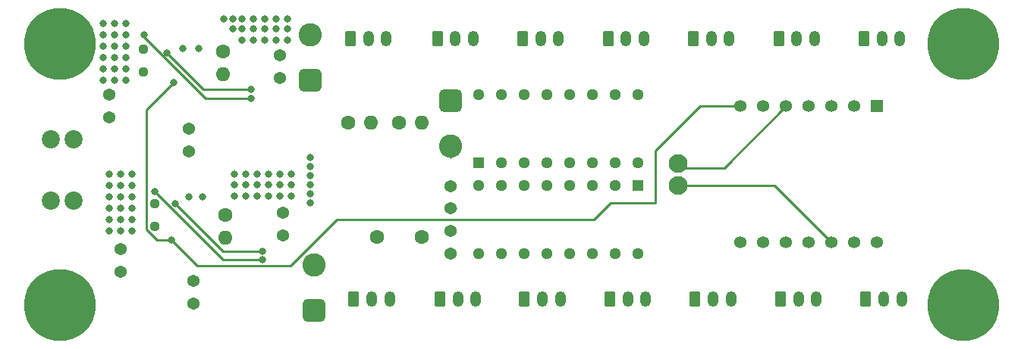
<source format=gbl>
%TF.GenerationSoftware,KiCad,Pcbnew,7.0.10*%
%TF.CreationDate,2024-11-20T16:46:35-05:00*%
%TF.ProjectId,SDP25_MainPCB_V2,53445032-355f-44d6-9169-6e5043425f56,2*%
%TF.SameCoordinates,Original*%
%TF.FileFunction,Copper,L4,Bot*%
%TF.FilePolarity,Positive*%
%FSLAX46Y46*%
G04 Gerber Fmt 4.6, Leading zero omitted, Abs format (unit mm)*
G04 Created by KiCad (PCBNEW 7.0.10) date 2024-11-20 16:46:35*
%MOMM*%
%LPD*%
G01*
G04 APERTURE LIST*
G04 Aperture macros list*
%AMRoundRect*
0 Rectangle with rounded corners*
0 $1 Rounding radius*
0 $2 $3 $4 $5 $6 $7 $8 $9 X,Y pos of 4 corners*
0 Add a 4 corners polygon primitive as box body*
4,1,4,$2,$3,$4,$5,$6,$7,$8,$9,$2,$3,0*
0 Add four circle primitives for the rounded corners*
1,1,$1+$1,$2,$3*
1,1,$1+$1,$4,$5*
1,1,$1+$1,$6,$7*
1,1,$1+$1,$8,$9*
0 Add four rect primitives between the rounded corners*
20,1,$1+$1,$2,$3,$4,$5,0*
20,1,$1+$1,$4,$5,$6,$7,0*
20,1,$1+$1,$6,$7,$8,$9,0*
20,1,$1+$1,$8,$9,$2,$3,0*%
G04 Aperture macros list end*
%TA.AperFunction,ComponentPad*%
%ADD10C,8.000000*%
%TD*%
%TA.AperFunction,ComponentPad*%
%ADD11C,1.371600*%
%TD*%
%TA.AperFunction,ComponentPad*%
%ADD12C,2.020000*%
%TD*%
%TA.AperFunction,ComponentPad*%
%ADD13RoundRect,0.250000X-0.350000X-0.625000X0.350000X-0.625000X0.350000X0.625000X-0.350000X0.625000X0*%
%TD*%
%TA.AperFunction,ComponentPad*%
%ADD14O,1.200000X1.750000*%
%TD*%
%TA.AperFunction,ComponentPad*%
%ADD15C,1.600000*%
%TD*%
%TA.AperFunction,ComponentPad*%
%ADD16O,1.600000X1.600000*%
%TD*%
%TA.AperFunction,ComponentPad*%
%ADD17R,1.295400X1.295400*%
%TD*%
%TA.AperFunction,ComponentPad*%
%ADD18C,1.295400*%
%TD*%
%TA.AperFunction,ComponentPad*%
%ADD19RoundRect,0.650000X0.650000X-0.650000X0.650000X0.650000X-0.650000X0.650000X-0.650000X-0.650000X0*%
%TD*%
%TA.AperFunction,ComponentPad*%
%ADD20C,2.600000*%
%TD*%
%TA.AperFunction,ComponentPad*%
%ADD21RoundRect,0.650000X-0.650000X0.650000X-0.650000X-0.650000X0.650000X-0.650000X0.650000X0.650000X0*%
%TD*%
%TA.AperFunction,ComponentPad*%
%ADD22C,2.100000*%
%TD*%
%TA.AperFunction,ComponentPad*%
%ADD23C,1.117600*%
%TD*%
%TA.AperFunction,ComponentPad*%
%ADD24R,1.358000X1.358000*%
%TD*%
%TA.AperFunction,ComponentPad*%
%ADD25C,1.358000*%
%TD*%
%TA.AperFunction,ViaPad*%
%ADD26C,0.800000*%
%TD*%
%TA.AperFunction,Conductor*%
%ADD27C,0.250000*%
%TD*%
G04 APERTURE END LIST*
D10*
%TO.P,REF\u002A\u002A,1*%
%TO.N,N/C*%
X200152000Y-99060000D03*
%TD*%
%TO.P,REF\u002A\u002A,1*%
%TO.N,N/C*%
X200152000Y-69850000D03*
%TD*%
%TO.P,REF\u002A\u002A,1*%
%TO.N,N/C*%
X99314000Y-69850000D03*
%TD*%
%TO.P,REF\u002A\u002A,1*%
%TO.N,N/C*%
X99314000Y-99060000D03*
%TD*%
D11*
%TO.P,Cboot2,1*%
%TO.N,/SW2*%
X114173000Y-98913000D03*
%TO.P,Cboot2,2*%
%TO.N,Net-(U4-BST)*%
X114173000Y-96413000D03*
%TD*%
D12*
%TO.P,J1,1*%
%TO.N,/Vin*%
X100838000Y-80518000D03*
%TO.P,J1,2*%
%TO.N,GND*%
X98298000Y-80518000D03*
%TD*%
D13*
%TO.P,J8,1*%
%TO.N,GND*%
X189230000Y-98425000D03*
D14*
%TO.P,J8,2*%
%TO.N,Net-(U1-F)*%
X191230000Y-98425000D03*
%TO.P,J8,3*%
%TO.N,/Vout1*%
X193230000Y-98425000D03*
%TD*%
D13*
%TO.P,J12,1*%
%TO.N,GND*%
X169990000Y-69300000D03*
D14*
%TO.P,J12,2*%
%TO.N,Net-(U2-C)*%
X171990000Y-69300000D03*
%TO.P,J12,3*%
%TO.N,/Vout2*%
X173990000Y-69300000D03*
%TD*%
D15*
%TO.P,R2,1*%
%TO.N,/Vout3*%
X137134600Y-78714600D03*
D16*
%TO.P,R2,2*%
%TO.N,Net-(IC1-ADJ)*%
X139674600Y-78714600D03*
%TD*%
D11*
%TO.P,Coutx1,1*%
%TO.N,/Vout2*%
X123864000Y-73640000D03*
%TO.P,Coutx1,2*%
%TO.N,GND*%
X123864000Y-71140000D03*
%TD*%
D13*
%TO.P,J4,1*%
%TO.N,GND*%
X151130000Y-98425000D03*
D14*
%TO.P,J4,2*%
%TO.N,Net-(U1-C)*%
X153130000Y-98425000D03*
%TO.P,J4,3*%
%TO.N,/Vout1*%
X155130000Y-98425000D03*
%TD*%
D17*
%TO.P,U1,1,D1*%
%TO.N,Net-(U1-D1)*%
X163830000Y-85725000D03*
D18*
%TO.P,U1,2,D2*%
%TO.N,Net-(U1-D2)*%
X161290000Y-85725000D03*
%TO.P,U1,3,\u002ALT*%
%TO.N,/Vout3*%
X158750000Y-85725000D03*
%TO.P,U1,4,\u002ABL*%
X156210000Y-85725000D03*
%TO.P,U1,5,\u002ALE*%
%TO.N,GND*%
X153670000Y-85725000D03*
%TO.P,U1,6,D3*%
%TO.N,Net-(U1-D3)*%
X151130000Y-85725000D03*
%TO.P,U1,7,D0*%
%TO.N,Net-(U1-D0)*%
X148590000Y-85725000D03*
%TO.P,U1,8,GND*%
%TO.N,GND*%
X146050000Y-85725000D03*
%TO.P,U1,9,E*%
%TO.N,Net-(U1-E)*%
X146050000Y-93345000D03*
%TO.P,U1,10,D*%
%TO.N,Net-(U1-D)*%
X148590000Y-93345000D03*
%TO.P,U1,11,C*%
%TO.N,Net-(U1-C)*%
X151130000Y-93345000D03*
%TO.P,U1,12,B*%
%TO.N,Net-(U1-B)*%
X153670000Y-93345000D03*
%TO.P,U1,13,A*%
%TO.N,Net-(U1-A)*%
X156210000Y-93345000D03*
%TO.P,U1,14,G*%
%TO.N,Net-(U1-G)*%
X158750000Y-93345000D03*
%TO.P,U1,15,F*%
%TO.N,Net-(U1-F)*%
X161290000Y-93345000D03*
%TO.P,U1,16,VCC*%
%TO.N,/Vout3*%
X163830000Y-93345000D03*
%TD*%
D11*
%TO.P,Cinx2,1*%
%TO.N,/Vin*%
X106045000Y-95357000D03*
%TO.P,Cinx2,2*%
%TO.N,GND*%
X106045000Y-92857000D03*
%TD*%
D15*
%TO.P,R1,1*%
%TO.N,Net-(IC1-ADJ)*%
X131419600Y-78714600D03*
D16*
%TO.P,R1,2*%
%TO.N,GND*%
X133959600Y-78714600D03*
%TD*%
D13*
%TO.P,J10,1*%
%TO.N,GND*%
X189040000Y-69300000D03*
D14*
%TO.P,J10,2*%
%TO.N,Net-(U2-E)*%
X191040000Y-69300000D03*
%TO.P,J10,3*%
%TO.N,/Vout2*%
X193040000Y-69300000D03*
%TD*%
D19*
%TO.P,TP2,1,1*%
%TO.N,/Vout1*%
X127635000Y-99695000D03*
D20*
%TO.P,TP2,2,2*%
%TO.N,GND*%
X127635000Y-94615000D03*
%TD*%
D21*
%TO.P,TP1,1,1*%
%TO.N,/Vout3*%
X142875000Y-76200000D03*
D20*
%TO.P,TP1,2,2*%
%TO.N,GND*%
X142875000Y-81280000D03*
%TD*%
D22*
%TO.P,J17,1*%
%TO.N,Net-(U3-VCC_3V3)*%
X168275000Y-85725000D03*
%TO.P,J17,2*%
%TO.N,Net-(U3-D4)*%
X168275000Y-83225000D03*
%TD*%
D13*
%TO.P,J6,1*%
%TO.N,GND*%
X170180000Y-98425000D03*
D14*
%TO.P,J6,2*%
%TO.N,Net-(U1-A)*%
X172180000Y-98425000D03*
%TO.P,J6,3*%
%TO.N,/Vout1*%
X174180000Y-98425000D03*
%TD*%
D15*
%TO.P,C1,1*%
%TO.N,/Vin*%
X134660000Y-91440000D03*
%TO.P,C1,2*%
%TO.N,GND*%
X139660000Y-91440000D03*
%TD*%
D17*
%TO.P,U2,1,D1*%
%TO.N,Net-(U2-D1)*%
X146050000Y-83185000D03*
D18*
%TO.P,U2,2,D2*%
%TO.N,Net-(U2-D2)*%
X148590000Y-83185000D03*
%TO.P,U2,3,\u002ALT*%
%TO.N,/Vout3*%
X151130000Y-83185000D03*
%TO.P,U2,4,\u002ABL*%
X153670000Y-83185000D03*
%TO.P,U2,5,\u002ALE*%
%TO.N,GND*%
X156210000Y-83185000D03*
%TO.P,U2,6,D3*%
%TO.N,Net-(U2-D3)*%
X158750000Y-83185000D03*
%TO.P,U2,7,D0*%
%TO.N,Net-(U2-D0)*%
X161290000Y-83185000D03*
%TO.P,U2,8,GND*%
%TO.N,GND*%
X163830000Y-83185000D03*
%TO.P,U2,9,E*%
%TO.N,Net-(U2-E)*%
X163830000Y-75565000D03*
%TO.P,U2,10,D*%
%TO.N,Net-(U2-D)*%
X161290000Y-75565000D03*
%TO.P,U2,11,C*%
%TO.N,Net-(U2-C)*%
X158750000Y-75565000D03*
%TO.P,U2,12,B*%
%TO.N,Net-(U2-B)*%
X156210000Y-75565000D03*
%TO.P,U2,13,A*%
%TO.N,Net-(U2-A)*%
X153670000Y-75565000D03*
%TO.P,U2,14,G*%
%TO.N,Net-(U2-G)*%
X151130000Y-75565000D03*
%TO.P,U2,15,F*%
%TO.N,Net-(U2-F)*%
X148590000Y-75565000D03*
%TO.P,U2,16,VCC*%
%TO.N,/Vout3*%
X146050000Y-75565000D03*
%TD*%
D23*
%TO.P,Cff1,1*%
%TO.N,/Vout2*%
X108624000Y-70505000D03*
%TO.P,Cff1,2*%
%TO.N,Net-(U5-FB)*%
X108624000Y-73005000D03*
%TD*%
D12*
%TO.P,J18,1*%
%TO.N,GND*%
X98303000Y-87376000D03*
%TO.P,J18,2*%
%TO.N,/Vin*%
X100843000Y-87376000D03*
%TD*%
D23*
%TO.P,Cff2,1*%
%TO.N,/Vout1*%
X109855000Y-87777000D03*
%TO.P,Cff2,2*%
%TO.N,Net-(U4-FB)*%
X109855000Y-90277000D03*
%TD*%
D11*
%TO.P,Cboot1,1*%
%TO.N,/SW1*%
X113704000Y-81875000D03*
%TO.P,Cboot1,2*%
%TO.N,Net-(U5-BST)*%
X113704000Y-79375000D03*
%TD*%
D13*
%TO.P,J2,1*%
%TO.N,GND*%
X132080000Y-98425000D03*
D14*
%TO.P,J2,2*%
%TO.N,Net-(U1-E)*%
X134080000Y-98425000D03*
%TO.P,J2,3*%
%TO.N,/Vout1*%
X136080000Y-98425000D03*
%TD*%
D15*
%TO.P,Rpg2,1*%
%TO.N,Net-(U4-VCC)*%
X117729000Y-89027000D03*
D16*
%TO.P,Rpg2,2*%
%TO.N,Net-(U4-SS)*%
X117729000Y-91567000D03*
%TD*%
D19*
%TO.P,TP3,1,1*%
%TO.N,/Vout2*%
X127254000Y-73914000D03*
D20*
%TO.P,TP3,2,2*%
%TO.N,GND*%
X127254000Y-68834000D03*
%TD*%
D13*
%TO.P,J14,1*%
%TO.N,GND*%
X150940000Y-69300000D03*
D14*
%TO.P,J14,2*%
%TO.N,Net-(U2-A)*%
X152940000Y-69300000D03*
%TO.P,J14,3*%
%TO.N,/Vout2*%
X154940000Y-69300000D03*
%TD*%
D11*
%TO.P,Coutx2,1*%
%TO.N,/Vout1*%
X124206000Y-91293000D03*
%TO.P,Coutx2,2*%
%TO.N,GND*%
X124206000Y-88793000D03*
%TD*%
D15*
%TO.P,Rpg1,1*%
%TO.N,Net-(U5-VCC)*%
X117514000Y-70710000D03*
D16*
%TO.P,Rpg1,2*%
%TO.N,Net-(U5-SS)*%
X117514000Y-73250000D03*
%TD*%
D13*
%TO.P,J7,1*%
%TO.N,GND*%
X179705000Y-98425000D03*
D14*
%TO.P,J7,2*%
%TO.N,Net-(U1-G)*%
X181705000Y-98425000D03*
%TO.P,J7,3*%
%TO.N,/Vout1*%
X183705000Y-98425000D03*
%TD*%
D11*
%TO.P,Cinx1,1*%
%TO.N,/Vin*%
X104814000Y-78085000D03*
%TO.P,Cinx1,2*%
%TO.N,GND*%
X104814000Y-75585000D03*
%TD*%
D24*
%TO.P,U3,1,D0*%
%TO.N,Net-(U2-D0)*%
X190500000Y-76835000D03*
D25*
%TO.P,U3,2,D1*%
%TO.N,Net-(U2-D3)*%
X187960000Y-76835000D03*
%TO.P,U3,3,D2*%
%TO.N,Net-(U2-D2)*%
X185420000Y-76835000D03*
%TO.P,U3,4,D3*%
%TO.N,Net-(U2-D1)*%
X182880000Y-76835000D03*
%TO.P,U3,5,D4*%
%TO.N,Net-(U3-D4)*%
X180340000Y-76835000D03*
%TO.P,U3,6,D5*%
%TO.N,Net-(U1-D0)*%
X177800000Y-76835000D03*
%TO.P,U3,7,TX_D6*%
%TO.N,Net-(U3-TX_D6)*%
X175260000Y-76835000D03*
%TO.P,U3,8,RX_D7*%
%TO.N,GND*%
X175260000Y-92075000D03*
%TO.P,U3,9,D8*%
%TO.N,Net-(U1-D1)*%
X177800000Y-92075000D03*
%TO.P,U3,10,D9*%
%TO.N,Net-(U1-D2)*%
X180340000Y-92075000D03*
%TO.P,U3,11,D10*%
%TO.N,Net-(U1-D3)*%
X182880000Y-92075000D03*
%TO.P,U3,12,VCC_3V3*%
%TO.N,Net-(U3-VCC_3V3)*%
X185420000Y-92075000D03*
%TO.P,U3,13,GND*%
%TO.N,GND*%
X187960000Y-92075000D03*
%TO.P,U3,14,VUSB*%
%TO.N,/Vout3*%
X190500000Y-92075000D03*
%TD*%
D13*
%TO.P,J13,1*%
%TO.N,GND*%
X160465000Y-69300000D03*
D14*
%TO.P,J13,2*%
%TO.N,Net-(U2-B)*%
X162465000Y-69300000D03*
%TO.P,J13,3*%
%TO.N,/Vout2*%
X164465000Y-69300000D03*
%TD*%
D13*
%TO.P,J15,1*%
%TO.N,GND*%
X141415000Y-69300000D03*
D14*
%TO.P,J15,2*%
%TO.N,Net-(U2-G)*%
X143415000Y-69300000D03*
%TO.P,J15,3*%
%TO.N,/Vout2*%
X145415000Y-69300000D03*
%TD*%
D11*
%TO.P,C4,1*%
%TO.N,/Vout3*%
X142875000Y-85765000D03*
%TO.P,C4,2*%
%TO.N,GND*%
X142875000Y-88265000D03*
%TD*%
%TO.P,C3,1*%
%TO.N,GND*%
X142875000Y-93325000D03*
%TO.P,C3,2*%
%TO.N,/Vout3*%
X142875000Y-90825000D03*
%TD*%
D13*
%TO.P,J16,1*%
%TO.N,GND*%
X131700000Y-69300000D03*
D14*
%TO.P,J16,2*%
%TO.N,Net-(U2-F)*%
X133700000Y-69300000D03*
%TO.P,J16,3*%
%TO.N,/Vout2*%
X135700000Y-69300000D03*
%TD*%
D13*
%TO.P,J3,1*%
%TO.N,GND*%
X141700000Y-98425000D03*
D14*
%TO.P,J3,2*%
%TO.N,Net-(U1-D)*%
X143700000Y-98425000D03*
%TO.P,J3,3*%
%TO.N,/Vout1*%
X145700000Y-98425000D03*
%TD*%
D13*
%TO.P,J11,1*%
%TO.N,GND*%
X179515000Y-69300000D03*
D14*
%TO.P,J11,2*%
%TO.N,Net-(U2-D)*%
X181515000Y-69300000D03*
%TO.P,J11,3*%
%TO.N,/Vout2*%
X183515000Y-69300000D03*
%TD*%
D13*
%TO.P,J5,1*%
%TO.N,GND*%
X160655000Y-98425000D03*
D14*
%TO.P,J5,2*%
%TO.N,Net-(U1-B)*%
X162655000Y-98425000D03*
%TO.P,J5,3*%
%TO.N,/Vout1*%
X164655000Y-98425000D03*
%TD*%
D26*
%TO.N,/Vout3*%
X127254000Y-87630000D03*
X127254000Y-86614000D03*
X127254000Y-85598000D03*
X127254000Y-84582000D03*
X127254000Y-83566000D03*
X127254000Y-82550000D03*
%TO.N,GND*%
X122174000Y-67056000D03*
X113030000Y-70358000D03*
X105410000Y-71374000D03*
X124714000Y-67056000D03*
X123825000Y-85598000D03*
X119634000Y-69469000D03*
X118745000Y-85598000D03*
X106680000Y-72644000D03*
X106045000Y-84455000D03*
X104775000Y-88265000D03*
X118618000Y-68199000D03*
X104140000Y-71374000D03*
X125095000Y-85598000D03*
X104140000Y-70104000D03*
X121285000Y-86868000D03*
X122174000Y-69469000D03*
X105410000Y-68834000D03*
X107315000Y-88265000D03*
X105410000Y-67564000D03*
X104775000Y-86995000D03*
X123825000Y-86868000D03*
X104775000Y-85725000D03*
X106680000Y-68834000D03*
X121285000Y-85598000D03*
X114808000Y-70358000D03*
X104140000Y-68834000D03*
X106680000Y-73914000D03*
X107315000Y-89535000D03*
X120015000Y-85598000D03*
X124714000Y-68199000D03*
X106680000Y-67564000D03*
X120904000Y-67056000D03*
X104140000Y-72644000D03*
X122555000Y-85598000D03*
X122555000Y-84455000D03*
X118745000Y-86868000D03*
X106680000Y-71374000D03*
X122555000Y-86868000D03*
X118618000Y-67056000D03*
X104775000Y-90805000D03*
X105410000Y-73914000D03*
X123444000Y-68199000D03*
X107315000Y-84455000D03*
X124714000Y-69469000D03*
X107315000Y-85725000D03*
X106680000Y-70104000D03*
X106045000Y-90805000D03*
X119634000Y-68199000D03*
X123444000Y-69469000D03*
X125095000Y-86868000D03*
X121285000Y-84455000D03*
X104140000Y-73914000D03*
X106045000Y-85725000D03*
X104140000Y-67564000D03*
X120015000Y-84455000D03*
X105410000Y-70104000D03*
X118745000Y-84455000D03*
X117602000Y-67056000D03*
X107315000Y-90805000D03*
X115189000Y-86995000D03*
X106045000Y-89535000D03*
X119634000Y-67056000D03*
X105410000Y-72644000D03*
X120904000Y-69469000D03*
X113665000Y-86995000D03*
X107315000Y-86995000D03*
X104775000Y-89535000D03*
X104775000Y-84455000D03*
X106045000Y-86995000D03*
X123444000Y-67056000D03*
X120904000Y-68199000D03*
X122174000Y-68199000D03*
X123825000Y-84455000D03*
X120015000Y-86868000D03*
X106045000Y-88265000D03*
X125095000Y-84455000D03*
%TO.N,/Vout2*%
X111252000Y-70866000D03*
X108712000Y-68834000D03*
X120650000Y-75946000D03*
X120650000Y-74930000D03*
%TO.N,Net-(U3-TX_D6)*%
X112014000Y-74168000D03*
X111760000Y-91821000D03*
%TO.N,/Vout1*%
X112141000Y-87757000D03*
X109855000Y-86360000D03*
X121920000Y-93980000D03*
X121920000Y-93091000D03*
%TD*%
D27*
%TO.N,GND*%
X142875000Y-81280000D02*
X142875000Y-82550000D01*
X143510000Y-88265000D02*
X142875000Y-88265000D01*
X170160000Y-69870000D02*
X170180000Y-69850000D01*
X131700000Y-69595000D02*
X131700000Y-69300000D01*
X139700000Y-91440000D02*
X139660000Y-91440000D01*
%TO.N,/Vout2*%
X115062000Y-75438000D02*
X115570000Y-75946000D01*
X108712000Y-68834000D02*
X108712000Y-69088000D01*
X115570000Y-75946000D02*
X120650000Y-75946000D01*
X108712000Y-69088000D02*
X115062000Y-75438000D01*
X115316000Y-74930000D02*
X120650000Y-74930000D01*
X111252000Y-70866000D02*
X115316000Y-74930000D01*
%TO.N,Net-(U3-VCC_3V3)*%
X179070000Y-85725000D02*
X185420000Y-92075000D01*
X168275000Y-85725000D02*
X179070000Y-85725000D01*
%TO.N,Net-(U3-D4)*%
X180340000Y-76835000D02*
X173450000Y-83725000D01*
X173450000Y-83725000D02*
X168275000Y-83725000D01*
%TO.N,Net-(U3-TX_D6)*%
X108971200Y-77210800D02*
X108971200Y-90643082D01*
X160760606Y-87630000D02*
X165735000Y-87630000D01*
X110149118Y-91821000D02*
X111760000Y-91821000D01*
X165735000Y-87630000D02*
X165735000Y-81849794D01*
X130175000Y-89535000D02*
X156104394Y-89535000D01*
X114644000Y-94705000D02*
X125005000Y-94705000D01*
X158855606Y-89535000D02*
X160760606Y-87630000D01*
X165735000Y-81849794D02*
X170749794Y-76835000D01*
X170749794Y-76835000D02*
X175260000Y-76835000D01*
X156210000Y-89535000D02*
X158855606Y-89535000D01*
X108971200Y-90643082D02*
X110149118Y-91821000D01*
X112014000Y-74168000D02*
X108971200Y-77210800D01*
X111760000Y-91821000D02*
X114644000Y-94705000D01*
X125005000Y-94705000D02*
X130175000Y-89535000D01*
%TO.N,/Vout1*%
X117856000Y-93091000D02*
X121920000Y-93091000D01*
X109855000Y-86360000D02*
X117475000Y-93980000D01*
X117475000Y-93091000D02*
X117856000Y-93091000D01*
X112141000Y-87757000D02*
X117475000Y-93091000D01*
X117856000Y-93980000D02*
X121920000Y-93980000D01*
X117475000Y-93980000D02*
X117856000Y-93980000D01*
%TD*%
M02*

</source>
